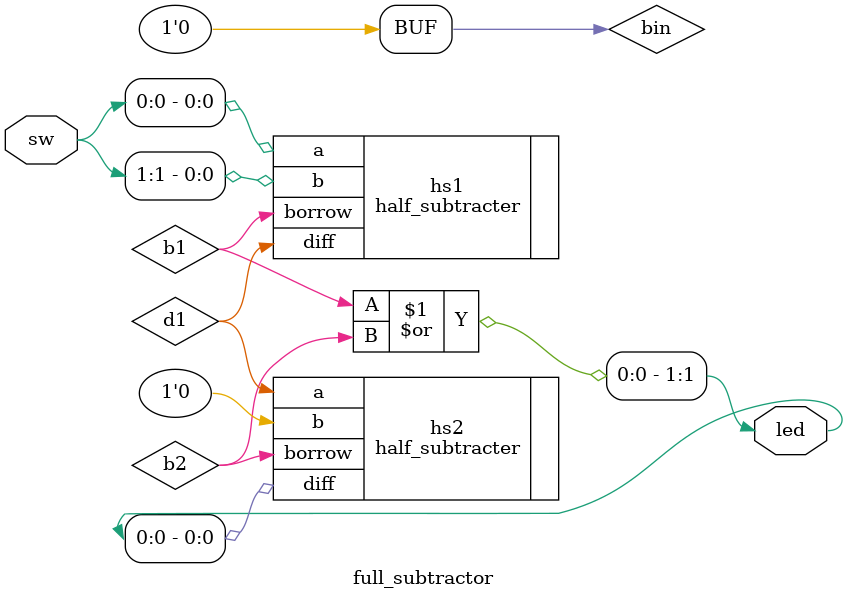
<source format=sv>
`timescale 1ns / 1ps

// 1-bit fullsubtractor
module full_subtractor( // using half subtractors
    input  logic [1:0] sw,       // sw[0]=a, sw[1]=b
    output logic [1:0] led       // led[0]=diff, led[1]=borrow
);
    // internal signals
    logic d1, b1, b2;
    logic bin;                   // borrow-in 

    assign bin = 1'b0; //it's 1 bit and it's always 0 since we only subtract 2 bits    

    // First half subtractor: a - b
    half_subtracter hs1 (
        .a(sw[0]), .b(sw[1]),
        .diff(d1), .borrow(b1)
    );

    // Second half subtractor: (a - b) - bin(0)
    half_subtracter hs2 (
        .a(d1), .b(bin),
        .diff(led[0]), .borrow(b2)
    ); // we find the final diff here and assign it to led[0]

    // Final borrow-out
    assign led[1] = b1 | b2; // here we assign bout final to led[1]   
endmodule

</source>
